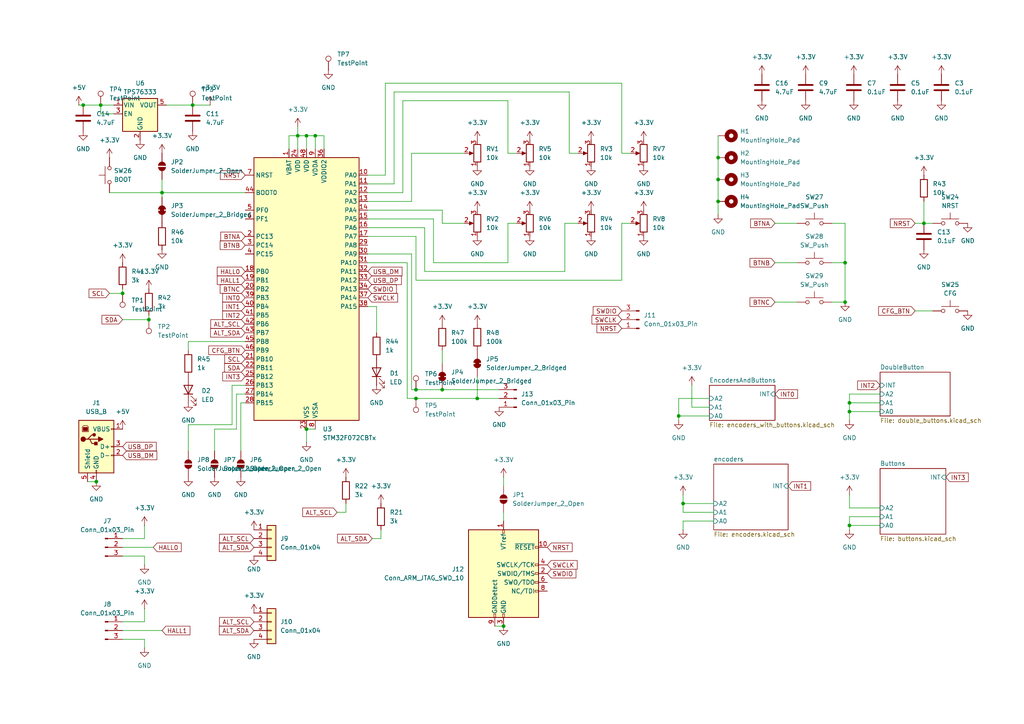
<source format=kicad_sch>
(kicad_sch (version 20250114) (generator "eeschema") (generator_version "9.0")
  (paper "A4")
  (junction (at 246.38 119.38))
  (junction (at 27.94 139.7))
  (junction (at 46.99 55.88))
  (junction (at 120.65 113.03))
  (junction (at 245.11 76.2))
  (junction (at 208.28 52.07))
  (junction (at 246.38 116.84))
  (junction (at 88.9 124.46))
  (junction (at 120.65 115.57))
  (junction (at 91.44 39.37))
  (junction (at 267.97 64.77))
  (junction (at 208.28 58.42))
  (junction (at 146.05 181.61))
  (junction (at 35.56 85.09))
  (junction (at 55.88 30.48))
  (junction (at 24.13 30.48))
  (junction (at 43.18 92.71))
  (junction (at 196.85 120.65))
  (junction (at 138.43 115.57))
  (junction (at 245.11 87.63))
  (junction (at 128.27 113.03))
  (junction (at 208.28 45.72))
  (junction (at 88.9 39.37))
  (junction (at 29.21 30.48))
  (junction (at 86.36 39.37))
  (junction (at 198.12 146.05))
  (junction (at 246.38 152.4))
  (wire (pts (xy 123.19 66.04) (xy 123.19 78.74)))
  (wire (pts (xy 88.9 124.46) (xy 88.9 128.27)))
  (wire (pts (xy 246.38 147.32) (xy 246.38 143.51)))
  (wire (pts (xy 208.28 58.42) (xy 208.28 62.23)))
  (wire (pts (xy 267.97 58.42) (xy 267.97 64.77)))
  (wire (pts (xy 116.84 55.88) (xy 116.84 29.21)))
  (wire (pts (xy 106.68 58.42) (xy 119.38 58.42)))
  (wire (pts (xy 116.84 29.21) (xy 147.32 29.21)))
  (wire (pts (xy 106.68 76.2) (xy 118.11 76.2)))
  (wire (pts (xy 163.83 64.77) (xy 167.64 64.77)))
  (wire (pts (xy 224.79 64.77) (xy 231.14 64.77)))
  (wire (pts (xy 245.11 64.77) (xy 245.11 76.2)))
  (wire (pts (xy 165.1 26.67) (xy 165.1 44.45)))
  (wire (pts (xy 246.38 149.86) (xy 246.38 152.4)))
  (wire (pts (xy 118.11 115.57) (xy 120.65 115.57)))
  (wire (pts (xy 208.28 52.07) (xy 208.28 58.42)))
  (wire (pts (xy 205.74 115.57) (xy 196.85 115.57)))
  (wire (pts (xy 86.36 39.37) (xy 83.82 39.37)))
  (wire (pts (xy 146.05 138.43) (xy 146.05 140.97)))
  (wire (pts (xy 106.68 50.8) (xy 111.76 50.8)))
  (wire (pts (xy 147.32 44.45) (xy 149.86 44.45)))
  (wire (pts (xy 207.01 146.05) (xy 198.12 146.05)))
  (wire (pts (xy 208.28 45.72) (xy 208.28 52.07)))
  (wire (pts (xy 128.27 101.6) (xy 128.27 105.41)))
  (wire (pts (xy 106.68 55.88) (xy 116.84 55.88)))
  (wire (pts (xy 48.26 30.48) (xy 55.88 30.48)))
  (wire (pts (xy 93.98 39.37) (xy 91.44 39.37)))
  (wire (pts (xy 114.3 26.67) (xy 165.1 26.67)))
  (wire (pts (xy 146.05 148.59) (xy 146.05 151.13)))
  (wire (pts (xy 165.1 44.45) (xy 167.64 44.45)))
  (wire (pts (xy 119.38 44.45) (xy 134.62 44.45)))
  (wire (pts (xy 120.65 113.03) (xy 119.38 113.03)))
  (wire (pts (xy 35.56 158.75) (xy 44.45 158.75)))
  (wire (pts (xy 255.27 147.32) (xy 246.38 147.32)))
  (wire (pts (xy 265.43 64.77) (xy 267.97 64.77)))
  (wire (pts (xy 88.9 39.37) (xy 91.44 39.37)))
  (wire (pts (xy 86.36 36.83) (xy 86.36 39.37)))
  (wire (pts (xy 111.76 24.13) (xy 180.34 24.13)))
  (wire (pts (xy 106.68 63.5) (xy 125.73 63.5)))
  (wire (pts (xy 138.43 109.22) (xy 138.43 115.57)))
  (wire (pts (xy 91.44 39.37) (xy 91.44 43.18)))
  (wire (pts (xy 54.61 123.19) (xy 54.61 130.81)))
  (wire (pts (xy 196.85 120.65) (xy 196.85 121.92)))
  (wire (pts (xy 88.9 39.37) (xy 86.36 39.37)))
  (wire (pts (xy 111.76 50.8) (xy 111.76 24.13)))
  (wire (pts (xy 180.34 64.77) (xy 182.88 64.77)))
  (wire (pts (xy 138.43 115.57) (xy 144.78 115.57)))
  (wire (pts (xy 86.36 39.37) (xy 86.36 43.18)))
  (wire (pts (xy 255.27 152.4) (xy 246.38 152.4)))
  (wire (pts (xy 198.12 146.05) (xy 198.12 143.51)))
  (wire (pts (xy 109.22 88.9) (xy 109.22 96.52)))
  (wire (pts (xy 118.11 76.2) (xy 118.11 115.57)))
  (wire (pts (xy 246.38 116.84) (xy 246.38 119.38)))
  (wire (pts (xy 35.56 85.09) (xy 35.56 83.82)))
  (wire (pts (xy 180.34 81.28) (xy 180.34 64.77)))
  (wire (pts (xy 208.28 39.37) (xy 208.28 45.72)))
  (wire (pts (xy 31.75 55.88) (xy 46.99 55.88)))
  (wire (pts (xy 196.85 115.57) (xy 196.85 120.65)))
  (wire (pts (xy 180.34 44.45) (xy 182.88 44.45)))
  (wire (pts (xy 69.85 116.84) (xy 69.85 130.81)))
  (wire (pts (xy 35.56 185.42) (xy 41.91 185.42)))
  (wire (pts (xy 71.12 111.76) (xy 67.31 111.76)))
  (wire (pts (xy 198.12 148.59) (xy 198.12 146.05)))
  (wire (pts (xy 107.95 156.21) (xy 110.49 156.21)))
  (wire (pts (xy 267.97 64.77) (xy 270.51 64.77)))
  (wire (pts (xy 71.12 116.84) (xy 69.85 116.84)))
  (wire (pts (xy 31.75 85.09) (xy 35.56 85.09)))
  (wire (pts (xy 119.38 73.66) (xy 106.68 73.66)))
  (wire (pts (xy 128.27 113.03) (xy 120.65 113.03)))
  (wire (pts (xy 83.82 39.37) (xy 83.82 43.18)))
  (wire (pts (xy 106.68 68.58) (xy 120.65 68.58)))
  (wire (pts (xy 255.27 114.3) (xy 246.38 114.3)))
  (wire (pts (xy 41.91 161.29) (xy 41.91 163.83)))
  (wire (pts (xy 29.21 33.02) (xy 29.21 30.48)))
  (wire (pts (xy 41.91 180.34) (xy 41.91 176.53)))
  (wire (pts (xy 62.23 130.81) (xy 62.23 124.46)))
  (wire (pts (xy 265.43 90.17) (xy 270.51 90.17)))
  (wire (pts (xy 25.4 139.7) (xy 27.94 139.7)))
  (wire (pts (xy 54.61 99.06) (xy 71.12 99.06)))
  (wire (pts (xy 43.18 92.71) (xy 43.18 91.44)))
  (wire (pts (xy 110.49 156.21) (xy 110.49 153.67)))
  (wire (pts (xy 119.38 58.42) (xy 119.38 44.45)))
  (wire (pts (xy 46.99 55.88) (xy 46.99 52.07)))
  (wire (pts (xy 163.83 78.74) (xy 163.83 64.77)))
  (wire (pts (xy 143.51 181.61) (xy 146.05 181.61)))
  (wire (pts (xy 224.79 87.63) (xy 231.14 87.63)))
  (wire (pts (xy 68.58 114.3) (xy 71.12 114.3)))
  (wire (pts (xy 35.56 182.88) (xy 46.99 182.88)))
  (wire (pts (xy 147.32 64.77) (xy 149.86 64.77)))
  (wire (pts (xy 198.12 151.13) (xy 198.12 153.67)))
  (wire (pts (xy 35.56 92.71) (xy 43.18 92.71)))
  (wire (pts (xy 41.91 185.42) (xy 41.91 187.96)))
  (wire (pts (xy 67.31 123.19) (xy 54.61 123.19)))
  (wire (pts (xy 88.9 43.18) (xy 88.9 39.37)))
  (wire (pts (xy 125.73 76.2) (xy 147.32 76.2)))
  (wire (pts (xy 114.3 53.34) (xy 114.3 26.67)))
  (wire (pts (xy 120.65 68.58) (xy 120.65 81.28)))
  (wire (pts (xy 33.02 33.02) (xy 29.21 33.02)))
  (wire (pts (xy 106.68 66.04) (xy 123.19 66.04)))
  (wire (pts (xy 120.65 115.57) (xy 138.43 115.57)))
  (wire (pts (xy 120.65 81.28) (xy 180.34 81.28)))
  (wire (pts (xy 68.58 124.46) (xy 68.58 114.3)))
  (wire (pts (xy 246.38 114.3) (xy 246.38 116.84)))
  (wire (pts (xy 255.27 149.86) (xy 246.38 149.86)))
  (wire (pts (xy 245.11 76.2) (xy 245.11 87.63)))
  (wire (pts (xy 241.3 64.77) (xy 245.11 64.77)))
  (wire (pts (xy 24.13 30.48) (xy 29.21 30.48)))
  (wire (pts (xy 91.44 124.46) (xy 88.9 124.46)))
  (wire (pts (xy 119.38 113.03) (xy 119.38 73.66)))
  (wire (pts (xy 196.85 120.65) (xy 205.74 120.65)))
  (wire (pts (xy 241.3 87.63) (xy 245.11 87.63)))
  (wire (pts (xy 255.27 116.84) (xy 246.38 116.84)))
  (wire (pts (xy 54.61 101.6) (xy 54.61 99.06)))
  (wire (pts (xy 128.27 64.77) (xy 134.62 64.77)))
  (wire (pts (xy 147.32 76.2) (xy 147.32 64.77)))
  (wire (pts (xy 67.31 111.76) (xy 67.31 123.19)))
  (wire (pts (xy 97.79 148.59) (xy 100.33 148.59)))
  (wire (pts (xy 128.27 60.96) (xy 128.27 64.77)))
  (wire (pts (xy 106.68 53.34) (xy 114.3 53.34)))
  (wire (pts (xy 207.01 151.13) (xy 198.12 151.13)))
  (wire (pts (xy 180.34 24.13) (xy 180.34 44.45)))
  (wire (pts (xy 29.21 30.48) (xy 33.02 30.48)))
  (wire (pts (xy 246.38 152.4) (xy 246.38 153.67)))
  (wire (pts (xy 144.78 113.03) (xy 128.27 113.03)))
  (wire (pts (xy 255.27 119.38) (xy 246.38 119.38)))
  (wire (pts (xy 71.12 55.88) (xy 46.99 55.88)))
  (wire (pts (xy 224.79 76.2) (xy 231.14 76.2)))
  (wire (pts (xy 46.99 55.88) (xy 46.99 57.15)))
  (wire (pts (xy 125.73 63.5) (xy 125.73 76.2)))
  (wire (pts (xy 35.56 161.29) (xy 41.91 161.29)))
  (wire (pts (xy 241.3 76.2) (xy 245.11 76.2)))
  (wire (pts (xy 200.66 118.11) (xy 205.74 118.11)))
  (wire (pts (xy 207.01 148.59) (xy 198.12 148.59)))
  (wire (pts (xy 106.68 88.9) (xy 109.22 88.9)))
  (wire (pts (xy 62.23 124.46) (xy 68.58 124.46)))
  (wire (pts (xy 200.66 111.76) (xy 200.66 118.11)))
  (wire (pts (xy 35.56 180.34) (xy 41.91 180.34)))
  (wire (pts (xy 246.38 119.38) (xy 246.38 121.92)))
  (wire (pts (xy 147.32 29.21) (xy 147.32 44.45)))
  (wire (pts (xy 106.68 60.96) (xy 128.27 60.96)))
  (wire (pts (xy 35.56 156.21) (xy 41.91 156.21)))
  (wire (pts (xy 55.88 30.48) (xy 60.96 30.48)))
  (wire (pts (xy 93.98 43.18) (xy 93.98 39.37)))
  (wire (pts (xy 123.19 78.74) (xy 163.83 78.74)))
  (wire (pts (xy 22.86 30.48) (xy 24.13 30.48)))
  (wire (pts (xy 100.33 148.59) (xy 100.33 146.05)))
  (wire (pts (xy 41.91 156.21) (xy 41.91 152.4)))
  (global_label "SWCLK" (shape input) (at 158.75 163.83 0) (property "Intersheetrefs" "${INTERSHEET_REFS}" (effects (hide yes))))
  (global_label "BTNA" (shape input) (at 71.12 68.58 180) (property "Intersheetrefs" "${INTERSHEET_REFS}" (effects (hide yes))))
  (global_label "BTNA" (shape input) (at 224.79 64.77 180) (property "Intersheetrefs" "${INTERSHEET_REFS}" (effects (hide yes))))
  (global_label "USB_DM" (shape input) (at 106.68 78.74 0) (property "Intersheetrefs" "${INTERSHEET_REFS}" (effects (hide yes))))
  (global_label "ALT_SCL" (shape input) (at 97.79 148.59 180) (property "Intersheetrefs" "${INTERSHEET_REFS}" (effects (hide yes))))
  (global_label "HALL0" (shape input) (at 71.12 78.74 180) (property "Intersheetrefs" "${INTERSHEET_REFS}" (effects (hide yes))))
  (global_label "USB_DP" (shape input) (at 35.56 129.54 0) (property "Intersheetrefs" "${INTERSHEET_REFS}" (effects (hide yes))))
  (global_label "HALL0" (shape input) (at 44.45 158.75 0) (property "Intersheetrefs" "${INTERSHEET_REFS}" (effects (hide yes))))
  (global_label "CFG_BTN" (shape input) (at 265.43 90.17 180) (property "Intersheetrefs" "${INTERSHEET_REFS}" (effects (hide yes))))
  (global_label "SDA" (shape input) (at 71.12 106.68 180) (property "Intersheetrefs" "${INTERSHEET_REFS}" (effects (hide yes))))
  (global_label "SWCLK" (shape input) (at 106.68 86.36 0) (property "Intersheetrefs" "${INTERSHEET_REFS}" (effects (hide yes))))
  (global_label "NRST" (shape input) (at 158.75 158.75 0) (property "Intersheetrefs" "${INTERSHEET_REFS}" (effects (hide yes))))
  (global_label "SWDIO" (shape input) (at 158.75 166.37 0) (property "Intersheetrefs" "${INTERSHEET_REFS}" (effects (hide yes))))
  (global_label "BTNC" (shape input) (at 224.79 87.63 180) (property "Intersheetrefs" "${INTERSHEET_REFS}" (effects (hide yes))))
  (global_label "USB_DP" (shape input) (at 106.68 81.28 0) (property "Intersheetrefs" "${INTERSHEET_REFS}" (effects (hide yes))))
  (global_label "INT2" (shape input) (at 255.27 111.76 180) (property "Intersheetrefs" "${INTERSHEET_REFS}" (effects (hide yes))))
  (global_label "ALT_SCL" (shape input) (at 73.66 180.34 180) (property "Intersheetrefs" "${INTERSHEET_REFS}" (effects (hide yes))))
  (global_label "ALT_SCL" (shape input) (at 73.66 156.21 180) (property "Intersheetrefs" "${INTERSHEET_REFS}" (effects (hide yes))))
  (global_label "INT2" (shape input) (at 71.12 91.44 180) (property "Intersheetrefs" "${INTERSHEET_REFS}" (effects (hide yes))))
  (global_label "ALT_SDA" (shape input) (at 71.12 96.52 180) (property "Intersheetrefs" "${INTERSHEET_REFS}" (effects (hide yes))))
  (global_label "ALT_SCL" (shape input) (at 71.12 93.98 180) (property "Intersheetrefs" "${INTERSHEET_REFS}" (effects (hide yes))))
  (global_label "ALT_SDA" (shape input) (at 73.66 158.75 180) (property "Intersheetrefs" "${INTERSHEET_REFS}" (effects (hide yes))))
  (global_label "SCL" (shape input) (at 31.75 85.09 180) (property "Intersheetrefs" "${INTERSHEET_REFS}" (effects (hide yes))))
  (global_label "INT3" (shape input) (at 274.32 138.43 0) (property "Intersheetrefs" "${INTERSHEET_REFS}" (effects (hide yes))))
  (global_label "NRST" (shape input) (at 180.34 95.25 180) (property "Intersheetrefs" "${INTERSHEET_REFS}" (effects (hide yes))))
  (global_label "HALL1" (shape input) (at 46.99 182.88 0) (property "Intersheetrefs" "${INTERSHEET_REFS}" (effects (hide yes))))
  (global_label "INT1" (shape input) (at 71.12 88.9 180) (property "Intersheetrefs" "${INTERSHEET_REFS}" (effects (hide yes))))
  (global_label "BTNB" (shape input) (at 224.79 76.2 180) (property "Intersheetrefs" "${INTERSHEET_REFS}" (effects (hide yes))))
  (global_label "SWDIO" (shape input) (at 180.34 90.17 180) (property "Intersheetrefs" "${INTERSHEET_REFS}" (effects (hide yes))))
  (global_label "NRST" (shape input) (at 71.12 50.8 180) (property "Intersheetrefs" "${INTERSHEET_REFS}" (effects (hide yes))))
  (global_label "BTNB" (shape input) (at 71.12 71.12 180) (property "Intersheetrefs" "${INTERSHEET_REFS}" (effects (hide yes))))
  (global_label "BTNC" (shape input) (at 71.12 83.82 180) (property "Intersheetrefs" "${INTERSHEET_REFS}" (effects (hide yes))))
  (global_label "SWDIO" (shape input) (at 106.68 83.82 0) (property "Intersheetrefs" "${INTERSHEET_REFS}" (effects (hide yes))))
  (global_label "HALL1" (shape input) (at 71.12 81.28 180) (property "Intersheetrefs" "${INTERSHEET_REFS}" (effects (hide yes))))
  (global_label "CFG_BTN" (shape input) (at 71.12 101.6 180) (property "Intersheetrefs" "${INTERSHEET_REFS}" (effects (hide yes))))
  (global_label "INT0" (shape input) (at 224.79 114.3 0) (property "Intersheetrefs" "${INTERSHEET_REFS}" (effects (hide yes))))
  (global_label "USB_DM" (shape input) (at 35.56 132.08 0) (property "Intersheetrefs" "${INTERSHEET_REFS}" (effects (hide yes))))
  (global_label "INT0" (shape input) (at 71.12 86.36 180) (property "Intersheetrefs" "${INTERSHEET_REFS}" (effects (hide yes))))
  (global_label "ALT_SDA" (shape input) (at 107.95 156.21 180) (property "Intersheetrefs" "${INTERSHEET_REFS}" (effects (hide yes))))
  (global_label "NRST" (shape input) (at 265.43 64.77 180) (property "Intersheetrefs" "${INTERSHEET_REFS}" (effects (hide yes))))
  (global_label "SDA" (shape input) (at 35.56 92.71 180) (property "Intersheetrefs" "${INTERSHEET_REFS}" (effects (hide yes))))
  (global_label "SCL" (shape input) (at 71.12 104.14 180) (property "Intersheetrefs" "${INTERSHEET_REFS}" (effects (hide yes))))
  (global_label "INT1" (shape input) (at 228.6 140.97 0) (property "Intersheetrefs" "${INTERSHEET_REFS}" (effects (hide yes))))
  (global_label "INT3" (shape input) (at 71.12 109.22 180) (property "Intersheetrefs" "${INTERSHEET_REFS}" (effects (hide yes))))
  (global_label "ALT_SDA" (shape input) (at 73.66 182.88 180) (property "Intersheetrefs" "${INTERSHEET_REFS}" (effects (hide yes))))
  (global_label "SWCLK" (shape input) (at 180.34 92.71 180) (property "Intersheetrefs" "${INTERSHEET_REFS}" (effects (hide yes))))
  (symbol (lib_id "power:+3.3V") (at 138.43 60.96 0) (unit 1)
    (property "Reference" "#PWR0107" (effects (hide yes)))
    (property "Value" "+3.3V" (at 138.43 55.88 0))
    (property "Description" "Power symbol creates a global label with name \"+3.3V\"" (effects (hide yes)))
  )
  (symbol (lib_id "power:GND") (at 260.35 29.21 0) (unit 1)
    (property "Reference" "#PWR074" (effects (hide yes)))
    (property "Value" "GND" (at 260.35 34.29 0))
    (property "Description" "Power symbol creates a global label with name \"GND\" , ground" (effects (hide yes)))
  )
  (symbol (lib_id "Connector:USB_B") (at 27.94 129.54 0) (unit 1)
    (property "Reference" "J1" (at 27.94 116.84 0))
    (property "Value" "USB_B" (at 27.94 119.38 0))
    (property "Footprint" "EasyEDA:USB-B-TH_USB-B10-BRW" (effects (hide yes)))
    (property "Description" "USB Type B connector" (effects (hide yes)))
    (property "LCSC Part Number" "C720549" (effects (hide yes)))
  )
  (symbol (lib_id "Switch:SW_Push") (at 236.22 76.2 0) (unit 1)
    (property "Reference" "SW28" (at 236.22 68.58 0))
    (property "Value" "SW_Push" (at 236.22 71.12 0))
    (property "Footprint" "Connector_PinSocket_2.54mm:PinSocket_1x02_P2.54mm_Vertical" (effects (hide yes)))
    (property "Description" "Push button switch, generic, two pins" (effects (hide yes)))
    (property "LCSC Part Number" "C49661" (effects (hide yes)))
  )
  (symbol (lib_id "power:+3.3V") (at 73.66 177.8 0) (unit 1)
    (property "Reference" "#PWR043" (effects (hide yes)))
    (property "Value" "+3.3V" (at 73.66 172.72 0))
    (property "Description" "Power symbol creates a global label with name \"+3.3V\"" (effects (hide yes)))
  )
  (symbol (lib_id "power:+3.3V") (at 171.45 40.64 0) (unit 1)
    (property "Reference" "#PWR0111" (effects (hide yes)))
    (property "Value" "+3.3V" (at 171.45 35.56 0))
    (property "Description" "Power symbol creates a global label with name \"+3.3V\"" (effects (hide yes)))
  )
  (symbol (lib_id "Device:R") (at 128.27 97.79 0) (unit 1)
    (property "Reference" "R47" (at 130.81 96.5199 0) (effects (justify left)))
    (property "Value" "100k" (at 130.81 99.0599 0) (effects (justify left)))
    (property "Footprint" "Resistor_SMD:R_0603_1608Metric" (effects (hide yes)))
    (property "Description" "Resistor" (effects (hide yes)))
    (property "LCSC Part Number" "C25803" (effects (hide yes)))
  )
  (symbol (lib_id "Connector:Conn_ARM_JTAG_SWD_10") (at 146.05 166.37 0) (unit 1)
    (property "Reference" "J12" (at 134.62 165.0999 0) (effects (justify right)))
    (property "Value" "Conn_ARM_JTAG_SWD_10" (at 134.62 167.6399 0) (effects (justify right)))
    (property "Footprint" "Connector_PinHeader_1.27mm:PinHeader_2x05_P1.27mm_Vertical" (effects (hide yes)))
    (property "Datasheet" "http://infocenter.arm.com/help/topic/com.arm.doc.ddi0314h/DDI0314H_coresight_components_trm.pdf" (effects (hide yes)))
    (property "Description" "Cortex Debug Connector, standard ARM Cortex-M SWD and JTAG interface" (effects (hide yes)))
    (property "LCSC Part Number" "C239059" (effects (hide yes)))
  )
  (symbol (lib_id "Device:LED") (at 54.61 113.03 90) (unit 1)
    (property "Reference" "D2" (at 58.42 113.3474 90) (effects (justify right)))
    (property "Value" "LED" (at 58.42 115.8874 90) (effects (justify right)))
    (property "Footprint" "LED_SMD:LED_0603_1608Metric" (effects (hide yes)))
    (property "Description" "Light emitting diode" (effects (hide yes)))
    (property "Sim.Pins" "1=K 2=A" (effects (hide yes)))
    (property "LCSC Part Number" "C2286" (effects (hide yes)))
  )
  (symbol (lib_id "Mechanical:MountingHole_Pad") (at 210.82 52.07 270) (unit 1) (in_bom no)
    (property "Reference" "H3" (at 214.63 50.7999 90) (effects (justify left)))
    (property "Value" "MountingHole_Pad" (at 214.63 53.3399 90) (effects (justify left)))
    (property "Footprint" "MountingHole:MountingHole_3.2mm_M3_Pad" (effects (hide yes)))
    (property "Description" "Mounting Hole with connection" (effects (hide yes)))
  )
  (symbol (lib_id "Switch:SW_Push") (at 275.59 90.17 0) (unit 1)
    (property "Reference" "SW25" (at 275.59 82.55 0))
    (property "Value" "CFG" (at 275.59 85.09 0))
    (property "Footprint" "EasyEDA:SW-SMD_L3.9-W3.0-P4.45" (effects (hide yes)))
    (property "Description" "Push button switch, generic, two pins" (effects (hide yes)))
    (property "LCSC Part Number" "C720477" (effects (hide yes)))
  )
  (symbol (lib_id "power:GND") (at 267.97 72.39 0) (unit 1)
    (property "Reference" "#PWR046" (effects (hide yes)))
    (property "Value" "GND" (at 267.97 77.47 0))
    (property "Description" "Power symbol creates a global label with name \"GND\" , ground" (effects (hide yes)))
  )
  (symbol (lib_id "Jumper:SolderJumper_2_Bridged") (at 128.27 109.22 90) (unit 1) (in_bom no)
    (property "Reference" "JP4" (at 130.81 107.9499 90) (effects (justify right)))
    (property "Value" "SolderJumper_2_Bridged" (at 130.81 110.4899 90) (effects (justify right)))
    (property "Footprint" "Jumper:SolderJumper-2_P1.3mm_Bridged_RoundedPad1.0x1.5mm" (effects (hide yes)))
    (property "Description" "Solder Jumper, 2-pole, closed/bridged" (effects (hide yes)))
  )
  (symbol (lib_id "Device:R_Potentiometer") (at 138.43 64.77 180) (unit 1)
    (property "Reference" "RV2" (at 140.97 63.4999 0) (effects (justify right)))
    (property "Value" "10k" (at 140.97 66.0399 0) (effects (justify right)))
    (property "Footprint" "Connector_PinSocket_2.54mm:PinSocket_1x03_P2.54mm_Vertical" (effects (hide yes)))
    (property "Description" "Potentiometer" (effects (hide yes)))
    (property "LCSC Part Number" "C146690" (effects (hide yes)))
  )
  (symbol (lib_id "power:GND") (at 280.67 90.17 0) (unit 1)
    (property "Reference" "#PWR0122" (effects (hide yes)))
    (property "Value" "GND" (at 280.67 95.25 0))
    (property "Description" "Power symbol creates a global label with name \"GND\" , ground" (effects (hide yes)))
  )
  (symbol (lib_id "Device:R_Potentiometer") (at 186.69 64.77 180) (unit 1)
    (property "Reference" "RV8" (at 189.23 63.4999 0) (effects (justify right)))
    (property "Value" "10k" (at 189.23 66.0399 0) (effects (justify right)))
    (property "Footprint" "Connector_PinSocket_2.54mm:PinSocket_1x03_P2.54mm_Vertical" (effects (hide yes)))
    (property "Description" "Potentiometer" (effects (hide yes)))
    (property "LCSC Part Number" "C146690" (effects (hide yes)))
  )
  (symbol (lib_id "Mechanical:MountingHole_Pad") (at 210.82 58.42 270) (unit 1) (in_bom no)
    (property "Reference" "H4" (at 214.63 57.1499 90) (effects (justify left)))
    (property "Value" "MountingHole_Pad" (at 214.63 59.6899 90) (effects (justify left)))
    (property "Footprint" "MountingHole:MountingHole_3.2mm_M3_Pad" (effects (hide yes)))
    (property "Description" "Mounting Hole with connection" (effects (hide yes)))
  )
  (symbol (lib_id "power:GND") (at 196.85 121.92 0) (unit 1)
    (property "Reference" "#PWR0142" (effects (hide yes)))
    (property "Value" "GND" (at 196.85 127 0))
    (property "Description" "Power symbol creates a global label with name \"GND\" , ground" (effects (hide yes)))
  )
  (symbol (lib_id "power:GND") (at 246.38 153.67 0) (unit 1)
    (property "Reference" "#PWR091" (effects (hide yes)))
    (property "Value" "GND" (at 246.38 158.75 0))
    (property "Description" "Power symbol creates a global label with name \"GND\" , ground" (effects (hide yes)))
  )
  (symbol (lib_id "Connector:Conn_01x03_Pin") (at 185.42 92.71 180) (unit 1)
    (property "Reference" "J11" (at 186.69 91.4399 0) (effects (justify right)))
    (property "Value" "Conn_01x03_Pin" (at 186.69 93.9799 0) (effects (justify right)))
    (property "Footprint" "Connector_PinHeader_2.54mm:PinHeader_1x03_P2.54mm_Vertical" (effects (hide yes)))
    (property "Description" "Generic connector, single row, 01x03, script generated" (effects (hide yes)))
  )
  (symbol (lib_id "power:+3.3V") (at 146.05 138.43 0) (unit 1)
    (property "Reference" "#PWR0118" (effects (hide yes)))
    (property "Value" "+3.3V" (at 146.05 133.35 0))
    (property "Description" "Power symbol creates a global label with name \"+3.3V\"" (effects (hide yes)))
  )
  (symbol (lib_id "Connector:TestPoint") (at 55.88 30.48 0) (unit 1)
    (property "Reference" "TP3" (at 58.42 25.9079 0) (effects (justify left)))
    (property "Value" "TestPoint" (at 58.42 28.4479 0) (effects (justify left)))
    (property "Footprint" "TestPoint:TestPoint_Pad_D2.0mm" (effects (hide yes)))
    (property "Description" "test point" (effects (hide yes)))
  )
  (symbol (lib_id "Device:R") (at 54.61 105.41 0) (unit 1)
    (property "Reference" "R45" (at 57.15 104.1399 0) (effects (justify left)))
    (property "Value" "1k" (at 57.15 106.6799 0) (effects (justify left)))
    (property "Footprint" "Resistor_SMD:R_0603_1608Metric" (effects (hide yes)))
    (property "Description" "Resistor" (effects (hide yes)))
    (property "LCSC Part Number" "C21190" (effects (hide yes)))
  )
  (symbol (lib_id "power:GND") (at 280.67 64.77 0) (unit 1)
    (property "Reference" "#PWR0115" (effects (hide yes)))
    (property "Value" "GND" (at 280.67 69.85 0))
    (property "Description" "Power symbol creates a global label with name \"GND\" , ground" (effects (hide yes)))
  )
  (symbol (lib_id "power:GND") (at 208.28 62.23 0) (unit 1)
    (property "Reference" "#PWR0129" (effects (hide yes)))
    (property "Value" "GND" (at 208.28 67.31 0))
    (property "Description" "Power symbol creates a global label with name \"GND\" , ground" (effects (hide yes)))
  )
  (symbol (lib_id "power:+3.3V") (at 41.91 152.4 0) (unit 1)
    (property "Reference" "#PWR036" (effects (hide yes)))
    (property "Value" "+3.3V" (at 41.91 147.32 0))
    (property "Description" "Power symbol creates a global label with name \"+3.3V\"" (effects (hide yes)))
  )
  (symbol (lib_id "Device:C") (at 24.13 34.29 0) (unit 1)
    (property "Reference" "C14" (at 27.94 33.0199 0) (effects (justify left)))
    (property "Value" "4.7uF" (at 27.94 35.5599 0) (effects (justify left)))
    (property "Footprint" "Capacitor_SMD:C_0603_1608Metric" (effects (hide yes)))
    (property "Description" "Unpolarized capacitor" (effects (hide yes)))
    (property "LCSC Part Number" "C19666" (effects (hide yes)))
  )
  (symbol (lib_id "power:+3.3V") (at 246.38 143.51 0) (unit 1)
    (property "Reference" "#PWR090" (effects (hide yes)))
    (property "Value" "+3.3V" (at 246.38 138.43 0))
    (property "Description" "Power symbol creates a global label with name \"+3.3V\"" (effects (hide yes)))
  )
  (symbol (lib_id "Device:C") (at 273.05 25.4 0) (unit 1)
    (property "Reference" "C3" (at 276.86 24.1299 0) (effects (justify left)))
    (property "Value" "0.1uF" (at 276.86 26.6699 0) (effects (justify left)))
    (property "Footprint" "Capacitor_SMD:C_0603_1608Metric" (effects (hide yes)))
    (property "Description" "Unpolarized capacitor" (effects (hide yes)))
    (property "LCSC Part Number" "C14663" (effects (hide yes)))
  )
  (symbol (lib_id "power:+3.3V") (at 46.99 44.45 0) (unit 1)
    (property "Reference" "#PWR0123" (effects (hide yes)))
    (property "Value" "+3.3V" (at 46.99 39.37 0))
    (property "Description" "Power symbol creates a global label with name \"+3.3V\"" (effects (hide yes)))
  )
  (symbol (lib_id "power:GND") (at 273.05 29.21 0) (unit 1)
    (property "Reference" "#PWR034" (effects (hide yes)))
    (property "Value" "GND" (at 273.05 34.29 0))
    (property "Description" "Power symbol creates a global label with name \"GND\" , ground" (effects (hide yes)))
  )
  (symbol (lib_id "power:+3.3V") (at 273.05 21.59 0) (unit 1)
    (property "Reference" "#PWR08" (effects (hide yes)))
    (property "Value" "+3.3V" (at 273.05 16.51 0))
    (property "Description" "Power symbol creates a global label with name \"+3.3V\"" (effects (hide yes)))
  )
  (symbol (lib_id "Switch:SW_Push") (at 236.22 87.63 0) (unit 1)
    (property "Reference" "SW29" (at 236.22 80.01 0))
    (property "Value" "SW_Push" (at 236.22 82.55 0))
    (property "Footprint" "Connector_PinSocket_2.54mm:PinSocket_1x02_P2.54mm_Vertical" (effects (hide yes)))
    (property "Description" "Push button switch, generic, two pins" (effects (hide yes)))
    (property "LCSC Part Number" "C49661" (effects (hide yes)))
  )
  (symbol (lib_id "power:+3.3V") (at 153.67 40.64 0) (unit 1)
    (property "Reference" "#PWR0104" (effects (hide yes)))
    (property "Value" "+3.3V" (at 153.67 35.56 0))
    (property "Description" "Power symbol creates a global label with name \"+3.3V\"" (effects (hide yes)))
  )
  (symbol (lib_id "power:GND") (at 40.64 40.64 0) (unit 1)
    (property "Reference" "#PWR081" (effects (hide yes)))
    (property "Value" "GND" (at 40.64 45.72 0))
    (property "Description" "Power symbol creates a global label with name \"GND\" , ground" (effects (hide yes)))
  )
  (symbol (lib_id "Connector_Generic:Conn_01x04") (at 78.74 180.34 0) (unit 1)
    (property "Reference" "J10" (at 81.28 180.3399 0) (effects (justify left)))
    (property "Value" "Conn_01x04" (at 81.28 182.8799 0) (effects (justify left)))
    (property "Footprint" "Connector_PinHeader_2.54mm:PinHeader_1x04_P2.54mm_Vertical" (effects (hide yes)))
    (property "Description" "Generic connector, single row, 01x04, script generated (kicad-library-utils/schlib/autogen/connector/)" (effects (hide yes)))
  )
  (symbol (lib_id "Device:R") (at 43.18 87.63 0) (unit 1)
    (property "Reference" "R42" (at 45.72 86.3599 0) (effects (justify left)))
    (property "Value" "3k" (at 45.72 88.8999 0) (effects (justify left)))
    (property "Footprint" "Resistor_SMD:R_0603_1608Metric" (effects (hide yes)))
    (property "Description" "Resistor" (effects (hide yes)))
    (property "LCSC Part Number" "C4211" (effects (hide yes)))
  )
  (symbol (lib_id "Switch:SW_Push") (at 236.22 64.77 0) (unit 1)
    (property "Reference" "SW27" (at 236.22 57.15 0))
    (property "Value" "SW_Push" (at 236.22 59.69 0))
    (property "Footprint" "Connector_PinSocket_2.54mm:PinSocket_1x02_P2.54mm_Vertical" (effects (hide yes)))
    (property "Description" "Push button switch, generic, two pins" (effects (hide yes)))
    (property "LCSC Part Number" "C49661" (effects (hide yes)))
  )
  (symbol (lib_id "Switch:SW_Push") (at 31.75 50.8 90) (unit 1)
    (property "Reference" "SW26" (at 33.02 49.5299 90) (effects (justify right)))
    (property "Value" "BOOT" (at 33.02 52.0699 90) (effects (justify right)))
    (property "Footprint" "EasyEDA:SW-SMD_L3.9-W3.0-P4.45" (effects (hide yes)))
    (property "Description" "Push button switch, generic, two pins" (effects (hide yes)))
    (property "LCSC Part Number" "C720477" (effects (hide yes)))
  )
  (symbol (lib_id "Device:R") (at 138.43 97.79 0) (unit 1)
    (property "Reference" "R48" (at 140.97 96.5199 0) (effects (justify left)))
    (property "Value" "100k" (at 140.97 99.0599 0) (effects (justify left)))
    (property "Footprint" "Resistor_SMD:R_0603_1608Metric" (effects (hide yes)))
    (property "Description" "Resistor" (effects (hide yes)))
    (property "LCSC Part Number" "C25803" (effects (hide yes)))
  )
  (symbol (lib_id "power:GND") (at 95.25 20.32 0) (unit 1)
    (property "Reference" "#PWR089" (effects (hide yes)))
    (property "Value" "GND" (at 95.25 25.4 0))
    (property "Description" "Power symbol creates a global label with name \"GND\" , ground" (effects (hide yes)))
  )
  (symbol (lib_id "power:+3.3V") (at 200.66 111.76 0) (unit 1)
    (property "Reference" "#PWR0143" (effects (hide yes)))
    (property "Value" "+3.3V" (at 200.66 106.68 0))
    (property "Description" "Power symbol creates a global label with name \"+3.3V\"" (effects (hide yes)))
  )
  (symbol (lib_id "Device:C") (at 247.65 25.4 0) (unit 1)
    (property "Reference" "C7" (at 251.46 24.1299 0) (effects (justify left)))
    (property "Value" "0.1uF" (at 251.46 26.6699 0) (effects (justify left)))
    (property "Footprint" "Capacitor_SMD:C_0603_1608Metric" (effects (hide yes)))
    (property "Description" "Unpolarized capacitor" (effects (hide yes)))
    (property "LCSC Part Number" "C14663" (effects (hide yes)))
  )
  (symbol (lib_id "power:+3.3V") (at 60.96 30.48 0) (unit 1)
    (property "Reference" "#PWR06" (effects (hide yes)))
    (property "Value" "+3.3V" (at 60.96 25.4 0))
    (property "Description" "Power symbol creates a global label with name \"+3.3V\"" (effects (hide yes)))
  )
  (symbol (lib_id "Connector:Conn_01x03_Pin") (at 149.86 115.57 180) (unit 1)
    (property "Reference" "J13" (at 151.13 114.2999 0) (effects (justify right)))
    (property "Value" "Conn_01x03_Pin" (at 151.13 116.8399 0) (effects (justify right)))
    (property "Footprint" "Connector_PinHeader_2.54mm:PinHeader_1x03_P2.54mm_Vertical" (effects (hide yes)))
    (property "Description" "Generic connector, single row, 01x03, script generated" (effects (hide yes)))
    (property "LCSC Part Number" "C146690" (effects (hide yes)))
  )
  (symbol (lib_id "power:GND") (at 41.91 163.83 0) (unit 1)
    (property "Reference" "#PWR037" (effects (hide yes)))
    (property "Value" "GND" (at 41.91 168.91 0))
    (property "Description" "Power symbol creates a global label with name \"GND\" , ground" (effects (hide yes)))
  )
  (symbol (lib_id "Device:R") (at 100.33 142.24 0) (unit 1)
    (property "Reference" "R22" (at 102.87 140.9699 0) (effects (justify left)))
    (property "Value" "3k" (at 102.87 143.5099 0) (effects (justify left)))
    (property "Footprint" "Resistor_SMD:R_0603_1608Metric" (effects (hide yes)))
    (property "Description" "Resistor" (effects (hide yes)))
    (property "LCSC Part Number" "C4211" (effects (hide yes)))
  )
  (symbol (lib_id "power:+3.3V") (at 267.97 50.8 0) (unit 1)
    (property "Reference" "#PWR0116" (effects (hide yes)))
    (property "Value" "+3.3V" (at 267.97 45.72 0))
    (property "Description" "Power symbol creates a global label with name \"+3.3V\"" (effects (hide yes)))
  )
  (symbol (lib_id "power:+3.3V") (at 31.75 45.72 0) (unit 1)
    (property "Reference" "#PWR0124" (effects (hide yes)))
    (property "Value" "+3.3V" (at 31.75 40.64 0))
    (property "Description" "Power symbol creates a global label with name \"+3.3V\"" (effects (hide yes)))
  )
  (symbol (lib_id "power:GND") (at 144.78 118.11 0) (unit 1)
    (property "Reference" "#PWR0125" (effects (hide yes)))
    (property "Value" "GND" (at 144.78 123.19 0))
    (property "Description" "Power symbol creates a global label with name \"GND\" , ground" (effects (hide yes)))
  )
  (symbol (lib_id "Device:LED") (at 109.22 107.95 90) (unit 1)
    (property "Reference" "D1" (at 113.03 108.2674 90) (effects (justify right)))
    (property "Value" "LED" (at 113.03 110.8074 90) (effects (justify right)))
    (property "Footprint" "LED_SMD:LED_0603_1608Metric" (effects (hide yes)))
    (property "Description" "Light emitting diode" (effects (hide yes)))
    (property "Sim.Pins" "1=K 2=A" (effects (hide yes)))
    (property "LCSC Part Number" "C2286" (effects (hide yes)))
  )
  (symbol (lib_id "power:GND") (at 220.98 29.21 0) (unit 1)
    (property "Reference" "#PWR086" (effects (hide yes)))
    (property "Value" "GND" (at 220.98 34.29 0))
    (property "Description" "Power symbol creates a global label with name \"GND\" , ground" (effects (hide yes)))
  )
  (symbol (lib_id "power:+3.3V") (at 171.45 60.96 0) (unit 1)
    (property "Reference" "#PWR0108" (effects (hide yes)))
    (property "Value" "+3.3V" (at 171.45 55.88 0))
    (property "Description" "Power symbol creates a global label with name \"+3.3V\"" (effects (hide yes)))
  )
  (symbol (lib_id "power:+3.3V") (at 73.66 153.67 0) (unit 1)
    (property "Reference" "#PWR042" (effects (hide yes)))
    (property "Value" "+3.3V" (at 73.66 148.59 0))
    (property "Description" "Power symbol creates a global label with name \"+3.3V\"" (effects (hide yes)))
  )
  (symbol (lib_id "Device:R") (at 109.22 100.33 0) (unit 1)
    (property "Reference" "R44" (at 111.76 99.0599 0) (effects (justify left)))
    (property "Value" "1k" (at 111.76 101.5999 0) (effects (justify left)))
    (property "Footprint" "Resistor_SMD:R_0603_1608Metric" (effects (hide yes)))
    (property "Description" "Resistor" (effects (hide yes)))
    (property "LCSC Part Number" "C21190" (effects (hide yes)))
  )
  (symbol (lib_id "power:+3.3V") (at 247.65 21.59 0) (unit 1)
    (property "Reference" "#PWR075" (effects (hide yes)))
    (property "Value" "+3.3V" (at 247.65 16.51 0))
    (property "Description" "Power symbol creates a global label with name \"+3.3V\"" (effects (hide yes)))
  )
  (symbol (lib_id "power:+3.3V") (at 128.27 93.98 0) (unit 1)
    (property "Reference" "#PWR0127" (effects (hide yes)))
    (property "Value" "+3.3V" (at 128.27 88.9 0))
    (property "Description" "Power symbol creates a global label with name \"+3.3V\"" (effects (hide yes)))
  )
  (symbol (lib_id "Device:R_Potentiometer") (at 186.69 44.45 180) (unit 1)
    (property "Reference" "RV7" (at 189.23 43.1799 0) (effects (justify right)))
    (property "Value" "10k" (at 189.23 45.7199 0) (effects (justify right)))
    (property "Footprint" "Connector_PinSocket_2.54mm:PinSocket_1x03_P2.54mm_Vertical" (effects (hide yes)))
    (property "Description" "Potentiometer" (effects (hide yes)))
    (property "LCSC Part Number" "C146690" (effects (hide yes)))
  )
  (symbol (lib_id "power:GND") (at 55.88 38.1 0) (unit 1)
    (property "Reference" "#PWR082" (effects (hide yes)))
    (property "Value" "GND" (at 55.88 43.18 0))
    (property "Description" "Power symbol creates a global label with name \"GND\" , ground" (effects (hide yes)))
  )
  (symbol (lib_id "power:+3.3V") (at 233.68 21.59 0) (unit 1)
    (property "Reference" "#PWR077" (effects (hide yes)))
    (property "Value" "+3.3V" (at 233.68 16.51 0))
    (property "Description" "Power symbol creates a global label with name \"+3.3V\"" (effects (hide yes)))
  )
  (symbol (lib_id "power:+3.3V") (at 41.91 176.53 0) (unit 1)
    (property "Reference" "#PWR038" (effects (hide yes)))
    (property "Value" "+3.3V" (at 41.91 171.45 0))
    (property "Description" "Power symbol creates a global label with name \"+3.3V\"" (effects (hide yes)))
  )
  (symbol (lib_id "Switch:SW_Push") (at 275.59 64.77 0) (unit 1)
    (property "Reference" "SW24" (at 275.59 57.15 0))
    (property "Value" "NRST" (at 275.59 59.69 0))
    (property "Footprint" "EasyEDA:SW-SMD_L3.9-W3.0-P4.45" (effects (hide yes)))
    (property "Description" "Push button switch, generic, two pins" (effects (hide yes)))
    (property "LCSC Part Number" "C720477" (effects (hide yes)))
  )
  (symbol (lib_id "power:GND") (at 54.61 138.43 0) (unit 1)
    (property "Reference" "#PWR0134" (effects (hide yes)))
    (property "Value" "GND" (at 54.61 143.51 0))
    (property "Description" "Power symbol creates a global label with name \"GND\" , ground" (effects (hide yes)))
  )
  (symbol (lib_id "power:GND") (at 73.66 185.42 0) (unit 1)
    (property "Reference" "#PWR041" (effects (hide yes)))
    (property "Value" "GND" (at 73.66 190.5 0))
    (property "Description" "Power symbol creates a global label with name \"GND\" , ground" (effects (hide yes)))
  )
  (symbol (lib_id "power:+3.3V") (at 110.49 146.05 0) (unit 1)
    (property "Reference" "#PWR045" (effects (hide yes)))
    (property "Value" "+3.3V" (at 110.49 140.97 0))
    (property "Description" "Power symbol creates a global label with name \"+3.3V\"" (effects (hide yes)))
  )
  (symbol (lib_id "power:GND") (at 247.65 29.21 0) (unit 1)
    (property "Reference" "#PWR076" (effects (hide yes)))
    (property "Value" "GND" (at 247.65 34.29 0))
    (property "Description" "Power symbol creates a global label with name \"GND\" , ground" (effects (hide yes)))
  )
  (symbol (lib_id "Device:R_Potentiometer") (at 153.67 64.77 180) (unit 1)
    (property "Reference" "RV6" (at 156.21 63.4999 0) (effects (justify right)))
    (property "Value" "10k" (at 156.21 66.0399 0) (effects (justify right)))
    (property "Footprint" "Connector_PinSocket_2.54mm:PinSocket_1x03_P2.54mm_Vertical" (effects (hide yes)))
    (property "Description" "Potentiometer" (effects (hide yes)))
    (property "LCSC Part Number" "C146690" (effects (hide yes)))
  )
  (symbol (lib_id "Connector:TestPoint") (at 120.65 115.57 180) (unit 1)
    (property "Reference" "TP5" (at 123.19 117.6019 0) (effects (justify right)))
    (property "Value" "TestPoint" (at 123.19 120.1419 0) (effects (justify right)))
    (property "Footprint" "TestPoint:TestPoint_Pad_D2.0mm" (effects (hide yes)))
    (property "Description" "test point" (effects (hide yes)))
  )
  (symbol (lib_id "Connector:TestPoint") (at 29.21 30.48 0) (unit 1)
    (property "Reference" "TP4" (at 31.75 25.9079 0) (effects (justify left)))
    (property "Value" "TestPoint" (at 31.75 28.4479 0) (effects (justify left)))
    (property "Footprint" "TestPoint:TestPoint_Pad_D2.0mm" (effects (hide yes)))
    (property "Description" "test point" (effects (hide yes)))
  )
  (symbol (lib_id "Mechanical:MountingHole_Pad") (at 210.82 45.72 270) (unit 1) (in_bom no)
    (property "Reference" "H2" (at 214.63 44.4499 90) (effects (justify left)))
    (property "Value" "MountingHole_Pad" (at 214.63 46.9899 90) (effects (justify left)))
    (property "Footprint" "MountingHole:MountingHole_3.2mm_M3_Pad" (effects (hide yes)))
    (property "Description" "Mounting Hole with connection" (effects (hide yes)))
  )
  (symbol (lib_id "power:GND") (at 171.45 48.26 0) (unit 1)
    (property "Reference" "#PWR0101" (effects (hide yes)))
    (property "Value" "GND" (at 171.45 53.34 0))
    (property "Description" "Power symbol creates a global label with name \"GND\" , ground" (effects (hide yes)))
  )
  (symbol (lib_id "Device:R_Potentiometer") (at 153.67 44.45 180) (unit 1)
    (property "Reference" "RV5" (at 156.21 43.1799 0) (effects (justify right)))
    (property "Value" "10k" (at 156.21 45.7199 0) (effects (justify right)))
    (property "Footprint" "Connector_PinSocket_2.54mm:PinSocket_1x03_P2.54mm_Vertical" (effects (hide yes)))
    (property "Description" "Potentiometer" (effects (hide yes)))
    (property "LCSC Part Number" "C146690" (effects (hide yes)))
  )
  (symbol (lib_id "Jumper:SolderJumper_2_Bridged") (at 138.43 105.41 90) (unit 1) (in_bom no)
    (property "Reference" "JP5" (at 140.97 104.1399 90) (effects (justify right)))
    (property "Value" "SolderJumper_2_Bridged" (at 140.97 106.6799 90) (effects (justify right)))
    (property "Footprint" "Jumper:SolderJumper-2_P1.3mm_Bridged_RoundedPad1.0x1.5mm" (effects (hide yes)))
    (property "Description" "Solder Jumper, 2-pole, closed/bridged" (effects (hide yes)))
  )
  (symbol (lib_id "Device:C") (at 260.35 25.4 0) (unit 1)
    (property "Reference" "C5" (at 264.16 24.1299 0) (effects (justify left)))
    (property "Value" "0.1uF" (at 264.16 26.6699 0) (effects (justify left)))
    (property "Footprint" "Capacitor_SMD:C_0603_1608Metric" (effects (hide yes)))
    (property "Description" "Unpolarized capacitor" (effects (hide yes)))
    (property "LCSC Part Number" "C14663" (effects (hide yes)))
  )
  (symbol (lib_id "power:+3.3V") (at 100.33 138.43 0) (unit 1)
    (property "Reference" "#PWR044" (effects (hide yes)))
    (property "Value" "+3.3V" (at 100.33 133.35 0))
    (property "Description" "Power symbol creates a global label with name \"+3.3V\"" (effects (hide yes)))
  )
  (symbol (lib_id "Jumper:SolderJumper_2_Open") (at 54.61 134.62 90) (unit 1) (in_bom no)
    (property "Reference" "JP8" (at 57.15 133.3499 90) (effects (justify right)))
    (property "Value" "SolderJumper_2_Open" (at 57.15 135.8899 90) (effects (justify right)))
    (property "Footprint" "Jumper:SolderJumper-2_P1.3mm_Open_RoundedPad1.0x1.5mm" (effects (hide yes)))
    (property "Description" "Solder Jumper, 2-pole, open" (effects (hide yes)))
  )
  (symbol (lib_id "Device:C") (at 267.97 68.58 0) (unit 1)
    (property "Reference" "C13" (at 271.78 67.3099 0) (effects (justify left)))
    (property "Value" "0.1uF" (at 271.78 69.8499 0) (effects (justify left)))
    (property "Footprint" "Capacitor_SMD:C_0603_1608Metric" (effects (hide yes)))
    (property "Description" "Unpolarized capacitor" (effects (hide yes)))
    (property "LCSC Part Number" "C14663" (effects (hide yes)))
  )
  (symbol (lib_id "power:GND") (at 138.43 48.26 0) (unit 1)
    (property "Reference" "#PWR096" (effects (hide yes)))
    (property "Value" "GND" (at 138.43 53.34 0))
    (property "Description" "Power symbol creates a global label with name \"GND\" , ground" (effects (hide yes)))
  )
  (symbol (lib_id "Jumper:SolderJumper_2_Open") (at 69.85 134.62 90) (unit 1) (in_bom no)
    (property "Reference" "JP6" (at 72.39 133.3499 90) (effects (justify right)))
    (property "Value" "SolderJumper_2_Open" (at 72.39 135.8899 90) (effects (justify right)))
    (property "Footprint" "Jumper:SolderJumper-2_P1.3mm_Open_RoundedPad1.0x1.5mm" (effects (hide yes)))
    (property "Description" "Solder Jumper, 2-pole, open" (effects (hide yes)))
  )
  (symbol (lib_id "power:GND") (at 88.9 128.27 0) (unit 1)
    (property "Reference" "#PWR087" (effects (hide yes)))
    (property "Value" "GND" (at 88.9 133.35 0))
    (property "Description" "Power symbol creates a global label with name \"GND\" , ground" (effects (hide yes)))
  )
  (symbol (lib_id "Connector:TestPoint") (at 120.65 113.03 0) (unit 1)
    (property "Reference" "TP6" (at 123.19 108.4579 0) (effects (justify left)))
    (property "Value" "TestPoint" (at 123.19 110.9979 0) (effects (justify left)))
    (property "Footprint" "TestPoint:TestPoint_Pad_D2.0mm" (effects (hide yes)))
    (property "Description" "test point" (effects (hide yes)))
  )
  (symbol (lib_id "Connector:Conn_01x03_Pin") (at 30.48 182.88 0) (unit 1)
    (property "Reference" "J8" (at 31.115 175.26 0))
    (property "Value" "Conn_01x03_Pin" (at 31.115 177.8 0))
    (property "Footprint" "Connector_PinHeader_2.54mm:PinHeader_1x03_P2.54mm_Vertical" (effects (hide yes)))
    (property "Description" "Generic connector, single row, 01x03, script generated" (effects (hide yes)))
  )
  (symbol (lib_id "Connector_Generic:Conn_01x04") (at 78.74 156.21 0) (unit 1)
    (property "Reference" "J9" (at 81.28 156.2099 0) (effects (justify left)))
    (property "Value" "Conn_01x04" (at 81.28 158.7499 0) (effects (justify left)))
    (property "Footprint" "Connector_PinHeader_2.54mm:PinHeader_1x04_P2.54mm_Vertical" (effects (hide yes)))
    (property "Description" "Generic connector, single row, 01x04, script generated (kicad-library-utils/schlib/autogen/connector/)" (effects (hide yes)))
  )
  (symbol (lib_id "power:+5V") (at 22.86 30.48 0) (unit 1)
    (property "Reference" "#PWR080" (effects (hide yes)))
    (property "Value" "+5V" (at 22.86 25.4 0))
    (property "Description" "Power symbol creates a global label with name \"+5V\"" (effects (hide yes)))
  )
  (symbol (lib_id "power:GND") (at 109.22 111.76 0) (unit 1)
    (property "Reference" "#PWR0119" (effects (hide yes)))
    (property "Value" "GND" (at 109.22 116.84 0))
    (property "Description" "Power symbol creates a global label with name \"GND\" , ground" (effects (hide yes)))
  )
  (symbol (lib_id "power:GND") (at 62.23 138.43 0) (unit 1)
    (property "Reference" "#PWR0133" (effects (hide yes)))
    (property "Value" "GND" (at 62.23 143.51 0))
    (property "Description" "Power symbol creates a global label with name \"GND\" , ground" (effects (hide yes)))
  )
  (symbol (lib_id "power:GND") (at 245.11 87.63 0) (unit 1)
    (property "Reference" "#PWR0128" (effects (hide yes)))
    (property "Value" "GND" (at 245.11 92.71 0))
    (property "Description" "Power symbol creates a global label with name \"GND\" , ground" (effects (hide yes)))
  )
  (symbol (lib_id "power:GND") (at 198.12 153.67 0) (unit 1)
    (property "Reference" "#PWR093" (effects (hide yes)))
    (property "Value" "GND" (at 198.12 158.75 0))
    (property "Description" "Power symbol creates a global label with name \"GND\" , ground" (effects (hide yes)))
  )
  (symbol (lib_id "power:GND") (at 146.05 181.61 0) (unit 1)
    (property "Reference" "#PWR0117" (effects (hide yes)))
    (property "Value" "GND" (at 146.05 186.69 0))
    (property "Description" "Power symbol creates a global label with name \"GND\" , ground" (effects (hide yes)))
  )
  (symbol (lib_id "power:+3.3V") (at 86.36 36.83 0) (unit 1)
    (property "Reference" "#PWR084" (effects (hide yes)))
    (property "Value" "+3.3V" (at 86.36 31.75 0))
    (property "Description" "Power symbol creates a global label with name \"+3.3V\"" (effects (hide yes)))
  )
  (symbol (lib_id "Mechanical:MountingHole_Pad") (at 210.82 39.37 270) (unit 1) (in_bom no)
    (property "Reference" "H1" (at 214.63 38.0999 90) (effects (justify left)))
    (property "Value" "MountingHole_Pad" (at 214.63 40.6399 90) (effects (justify left)))
    (property "Footprint" "MountingHole:MountingHole_3.2mm_M3_Pad" (effects (hide yes)))
    (property "Description" "Mounting Hole with connection" (effects (hide yes)))
  )
  (symbol (lib_id "power:+3.3V") (at 186.69 40.64 0) (unit 1)
    (property "Reference" "#PWR0110" (effects (hide yes)))
    (property "Value" "+3.3V" (at 186.69 35.56 0))
    (property "Description" "Power symbol creates a global label with name \"+3.3V\"" (effects (hide yes)))
  )
  (symbol (lib_id "power:+3.3V") (at 186.69 60.96 0) (unit 1)
    (property "Reference" "#PWR0109" (effects (hide yes)))
    (property "Value" "+3.3V" (at 186.69 55.88 0))
    (property "Description" "Power symbol creates a global label with name \"+3.3V\"" (effects (hide yes)))
  )
  (symbol (lib_id "Jumper:SolderJumper_2_Open") (at 62.23 134.62 90) (unit 1) (in_bom no)
    (property "Reference" "JP7" (at 64.77 133.3499 90) (effects (justify right)))
    (property "Value" "SolderJumper_2_Open" (at 64.77 135.8899 90) (effects (justify right)))
    (property "Footprint" "Jumper:SolderJumper-2_P1.3mm_Open_RoundedPad1.0x1.5mm" (effects (hide yes)))
    (property "Description" "Solder Jumper, 2-pole, open" (effects (hide yes)))
  )
  (symbol (lib_id "Connector:TestPoint") (at 35.56 85.09 180) (unit 1)
    (property "Reference" "TP1" (at 38.1 87.1219 0) (effects (justify right)))
    (property "Value" "TestPoint" (at 38.1 89.6619 0) (effects (justify right)))
    (property "Footprint" "TestPoint:TestPoint_Pad_D2.0mm" (effects (hide yes)))
    (property "Description" "test point" (effects (hide yes)))
  )
  (symbol (lib_id "power:GND") (at 171.45 68.58 0) (unit 1)
    (property "Reference" "#PWR0102" (effects (hide yes)))
    (property "Value" "GND" (at 171.45 73.66 0))
    (property "Description" "Power symbol creates a global label with name \"GND\" , ground" (effects (hide yes)))
  )
  (symbol (lib_id "MCU_ST_STM32F0:STM32F072CBTx") (at 88.9 83.82 0) (unit 1)
    (property "Reference" "U3" (at 93.5833 124.46 0) (effects (justify left)))
    (property "Value" "STM32F072CBTx" (at 93.5833 127 0) (effects (justify left)))
    (property "Footprint" "Package_QFP:LQFP-48_7x7mm_P0.5mm" (effects (hide yes)))
    (property "Datasheet" "https://www.st.com/resource/en/datasheet/stm32f072cb.pdf" (effects (hide yes)))
    (property "Description" "STMicroelectronics Arm Cortex-M0 MCU, 128KB flash, 16KB RAM, 48 MHz, 2.0-3.6V, 37 GPIO, LQFP48" (effects (hide yes)))
    (property "LCSC Part Number" "C81720" (effects (hide yes)))
  )
  (symbol (lib_id "power:+3.3V") (at 220.98 21.59 0) (unit 1)
    (property "Reference" "#PWR085" (effects (hide yes)))
    (property "Value" "+3.3V" (at 220.98 16.51 0))
    (property "Description" "Power symbol creates a global label with name \"+3.3V\"" (effects (hide yes)))
  )
  (symbol (lib_id "power:GND") (at 27.94 139.7 0) (unit 1)
    (property "Reference" "#PWR0112" (effects (hide yes)))
    (property "Value" "GND" (at 27.94 144.78 0))
    (property "Description" "Power symbol creates a global label with name \"GND\" , ground" (effects (hide yes)))
  )
  (symbol (lib_id "Connector:TestPoint") (at 43.18 92.71 180) (unit 1)
    (property "Reference" "TP2" (at 45.72 94.7419 0) (effects (justify right)))
    (property "Value" "TestPoint" (at 45.72 97.2819 0) (effects (justify right)))
    (property "Footprint" "TestPoint:TestPoint_Pad_D2.0mm" (effects (hide yes)))
    (property "Description" "test point" (effects (hide yes)))
  )
  (symbol (lib_id "power:GND") (at 233.68 29.21 0) (unit 1)
    (property "Reference" "#PWR078" (effects (hide yes)))
    (property "Value" "GND" (at 233.68 34.29 0))
    (property "Description" "Power symbol creates a global label with name \"GND\" , ground" (effects (hide yes)))
  )
  (symbol (lib_id "Device:R_Potentiometer") (at 171.45 64.77 180) (unit 1)
    (property "Reference" "RV4" (at 173.99 63.4999 0) (effects (justify right)))
    (property "Value" "10k" (at 173.99 66.0399 0) (effects (justify right)))
    (property "Footprint" "Connector_PinSocket_2.54mm:PinSocket_1x03_P2.54mm_Vertical" (effects (hide yes)))
    (property "Description" "Potentiometer" (effects (hide yes)))
    (property "LCSC Part Number" "C146690" (effects (hide yes)))
  )
  (symbol (lib_id "power:GND") (at 186.69 48.26 0) (unit 1)
    (property "Reference" "#PWR0100" (effects (hide yes)))
    (property "Value" "GND" (at 186.69 53.34 0))
    (property "Description" "Power symbol creates a global label with name \"GND\" , ground" (effects (hide yes)))
  )
  (symbol (lib_id "Connector:TestPoint") (at 95.25 20.32 0) (unit 1)
    (property "Reference" "TP7" (at 97.79 15.7479 0) (effects (justify left)))
    (property "Value" "TestPoint" (at 97.79 18.2879 0) (effects (justify left)))
    (property "Footprint" "TestPoint:TestPoint_Pad_D2.0mm" (effects (hide yes)))
    (property "Description" "test point" (effects (hide yes)))
  )
  (symbol (lib_id "Device:R") (at 35.56 80.01 0) (unit 1)
    (property "Reference" "R41" (at 38.1 78.7399 0) (effects (justify left)))
    (property "Value" "3k" (at 38.1 81.2799 0) (effects (justify left)))
    (property "Footprint" "Resistor_SMD:R_0603_1608Metric" (effects (hide yes)))
    (property "Description" "Resistor" (effects (hide yes)))
    (property "LCSC Part Number" "C4211" (effects (hide yes)))
  )
  (symbol (lib_id "Device:R") (at 267.97 54.61 0) (unit 1)
    (property "Reference" "R43" (at 270.51 53.3399 0) (effects (justify left)))
    (property "Value" "10k" (at 270.51 55.8799 0) (effects (justify left)))
    (property "Footprint" "Resistor_SMD:R_0603_1608Metric" (effects (hide yes)))
    (property "Description" "Resistor" (effects (hide yes)))
    (property "LCSC Part Number" "C25804" (effects (hide yes)))
  )
  (symbol (lib_id "power:GND") (at 69.85 138.43 0) (unit 1)
    (property "Reference" "#PWR0132" (effects (hide yes)))
    (property "Value" "GND" (at 69.85 143.51 0))
    (property "Description" "Power symbol creates a global label with name \"GND\" , ground" (effects (hide yes)))
  )
  (symbol (lib_id "power:GND") (at 153.67 68.58 0) (unit 1)
    (property "Reference" "#PWR099" (effects (hide yes)))
    (property "Value" "GND" (at 153.67 73.66 0))
    (property "Description" "Power symbol creates a global label with name \"GND\" , ground" (effects (hide yes)))
  )
  (symbol (lib_id "Device:C") (at 55.88 34.29 0) (unit 1)
    (property "Reference" "C11" (at 59.69 33.0199 0) (effects (justify left)))
    (property "Value" "4.7uF" (at 59.69 35.5599 0) (effects (justify left)))
    (property "Footprint" "Capacitor_SMD:C_0603_1608Metric" (effects (hide yes)))
    (property "Description" "Unpolarized capacitor" (effects (hide yes)))
    (property "LCSC Part Number" "C19666" (effects (hide yes)))
  )
  (symbol (lib_id "power:+3.3V") (at 43.18 83.82 0) (unit 1)
    (property "Reference" "#PWR0114" (effects (hide yes)))
    (property "Value" "+3.3V" (at 43.18 78.74 0))
    (property "Description" "Power symbol creates a global label with name \"+3.3V\"" (effects (hide yes)))
  )
  (symbol (lib_id "power:+3.3V") (at 138.43 93.98 0) (unit 1)
    (property "Reference" "#PWR0126" (effects (hide yes)))
    (property "Value" "+3.3V" (at 138.43 88.9 0))
    (property "Description" "Power symbol creates a global label with name \"+3.3V\"" (effects (hide yes)))
  )
  (symbol (lib_id "power:+3.3V") (at 260.35 21.59 0) (unit 1)
    (property "Reference" "#PWR035" (effects (hide yes)))
    (property "Value" "+3.3V" (at 260.35 16.51 0))
    (property "Description" "Power symbol creates a global label with name \"+3.3V\"" (effects (hide yes)))
  )
  (symbol (lib_id "power:GND") (at 246.38 121.92 0) (unit 1)
    (property "Reference" "#PWR088" (effects (hide yes)))
    (property "Value" "GND" (at 246.38 127 0))
    (property "Description" "Power symbol creates a global label with name \"GND\" , ground" (effects (hide yes)))
  )
  (symbol (lib_id "power:+3.3V") (at 198.12 143.51 0) (unit 1)
    (property "Reference" "#PWR092" (effects (hide yes)))
    (property "Value" "+3.3V" (at 198.12 138.43 0))
    (property "Description" "Power symbol creates a global label with name \"+3.3V\"" (effects (hide yes)))
  )
  (symbol (lib_id "Device:R_Potentiometer") (at 138.43 44.45 180) (unit 1)
    (property "Reference" "RV1" (at 140.97 43.1799 0) (effects (justify right)))
    (property "Value" "10k" (at 140.97 45.7199 0) (effects (justify right)))
    (property "Footprint" "Connector_PinSocket_2.54mm:PinSocket_1x03_P2.54mm_Vertical" (effects (hide yes)))
    (property "Description" "Potentiometer" (effects (hide yes)))
    (property "LCSC Part Number" "C146690" (effects (hide yes)))
  )
  (symbol (lib_id "power:GND") (at 186.69 68.58 0) (unit 1)
    (property "Reference" "#PWR0103" (effects (hide yes)))
    (property "Value" "GND" (at 186.69 73.66 0))
    (property "Description" "Power symbol creates a global label with name \"GND\" , ground" (effects (hide yes)))
  )
  (symbol (lib_id "power:GND") (at 153.67 48.26 0) (unit 1)
    (property "Reference" "#PWR097" (effects (hide yes)))
    (property "Value" "GND" (at 153.67 53.34 0))
    (property "Description" "Power symbol creates a global label with name \"GND\" , ground" (effects (hide yes)))
  )
  (symbol (lib_id "power:GND") (at 54.61 116.84 0) (unit 1)
    (property "Reference" "#PWR0120" (effects (hide yes)))
    (property "Value" "GND" (at 54.61 121.92 0))
    (property "Description" "Power symbol creates a global label with name \"GND\" , ground" (effects (hide yes)))
  )
  (symbol (lib_id "Jumper:SolderJumper_2_Open") (at 46.99 48.26 90) (unit 1) (in_bom no)
    (property "Reference" "JP2" (at 49.53 46.9899 90) (effects (justify right)))
    (property "Value" "SolderJumper_2_Open" (at 49.53 49.5299 90) (effects (justify right)))
    (property "Footprint" "Jumper:SolderJumper-2_P1.3mm_Open_RoundedPad1.0x1.5mm" (effects (hide yes)))
    (property "Description" "Solder Jumper, 2-pole, open" (effects (hide yes)))
  )
  (symbol (lib_id "power:GND") (at 41.91 187.96 0) (unit 1)
    (property "Reference" "#PWR039" (effects (hide yes)))
    (property "Value" "GND" (at 41.91 193.04 0))
    (property "Description" "Power symbol creates a global label with name \"GND\" , ground" (effects (hide yes)))
  )
  (symbol (lib_id "Device:R") (at 110.49 149.86 0) (unit 1)
    (property "Reference" "R21" (at 113.03 148.5899 0) (effects (justify left)))
    (property "Value" "3k" (at 113.03 151.1299 0) (effects (justify left)))
    (property "Footprint" "Resistor_SMD:R_0603_1608Metric" (effects (hide yes)))
    (property "Description" "Resistor" (effects (hide yes)))
    (property "LCSC Part Number" "C4211" (effects (hide yes)))
  )
  (symbol (lib_id "Device:C") (at 233.68 25.4 0) (unit 1)
    (property "Reference" "C9" (at 237.49 24.1299 0) (effects (justify left)))
    (property "Value" "4.7uF" (at 237.49 26.6699 0) (effects (justify left)))
    (property "Footprint" "Capacitor_SMD:C_0603_1608Metric" (effects (hide yes)))
    (property "Description" "Unpolarized capacitor" (effects (hide yes)))
    (property "LCSC Part Number" "C19666" (effects (hide yes)))
  )
  (symbol (lib_id "power:GND") (at 73.66 161.29 0) (unit 1)
    (property "Reference" "#PWR040" (effects (hide yes)))
    (property "Value" "GND" (at 73.66 165.1 0))
    (property "Description" "Power symbol creates a global label with name \"GND\" , ground" (effects (hide yes)))
  )
  (symbol (lib_id "power:+5V") (at 35.56 124.46 0) (unit 1)
    (property "Reference" "#PWR079" (effects (hide yes)))
    (property "Value" "+5V" (at 35.56 119.38 0))
    (property "Description" "Power symbol creates a global label with name \"+5V\"" (effects (hide yes)))
  )
  (symbol (lib_id "Regulator_Linear:TPS76333") (at 40.64 33.02 0) (unit 1)
    (property "Reference" "U6" (at 40.64 24.13 0))
    (property "Value" "TPS76333" (at 40.64 26.67 0))
    (property "Footprint" "Package_TO_SOT_SMD:SOT-23-5" (effects (hide yes)))
    (property "Datasheet" "http://www.ti.com/lit/ds/symlink/tps763.pdf" (effects (hide yes)))
    (property "Description" "Low power 150mA LDO 3.3V fixed output voltage, SOT-23-5" (effects (hide yes)))
    (property "LCSC Part Number" "C7100" (effects (hide yes)))
  )
  (symbol (lib_id "Jumper:SolderJumper_2_Open") (at 146.05 144.78 90) (unit 1) (in_bom no)
    (property "Reference" "JP1" (at 148.59 143.5099 90) (effects (justify right)))
    (property "Value" "SolderJumper_2_Open" (at 148.59 146.0499 90) (effects (justify right)))
    (property "Footprint" "Jumper:SolderJumper-2_P1.3mm_Open_RoundedPad1.0x1.5mm" (effects (hide yes)))
    (property "Description" "Solder Jumper, 2-pole, open" (effects (hide yes)))
  )
  (symbol (lib_id "Device:R") (at 46.99 68.58 0) (unit 1)
    (property "Reference" "R46" (at 49.53 67.3099 0) (effects (justify left)))
    (property "Value" "10k" (at 49.53 69.8499 0) (effects (justify left)))
    (property "Footprint" "Resistor_SMD:R_0603_1608Metric" (effects (hide yes)))
    (property "Description" "Resistor" (effects (hide yes)))
    (property "LCSC Part Number" "C25804" (effects (hide yes)))
  )
  (symbol (lib_id "Connector:Conn_01x03_Pin") (at 30.48 158.75 0) (unit 1)
    (property "Reference" "J7" (at 31.115 151.13 0))
    (property "Value" "Conn_01x03_Pin" (at 31.115 153.67 0))
    (property "Footprint" "Connector_PinHeader_2.54mm:PinHeader_1x03_P2.54mm_Vertical" (effects (hide yes)))
    (property "Description" "Generic connector, single row, 01x03, script generated" (effects (hide yes)))
  )
  (symbol (lib_id "Device:R_Potentiometer") (at 171.45 44.45 180) (unit 1)
    (property "Reference" "RV3" (at 173.99 43.1799 0) (effects (justify right)))
    (property "Value" "10k" (at 173.99 45.7199 0) (effects (justify right)))
    (property "Footprint" "Connector_PinSocket_2.54mm:PinSocket_1x03_P2.54mm_Vertical" (effects (hide yes)))
    (property "Description" "Potentiometer" (effects (hide yes)))
    (property "LCSC Part Number" "C146690" (effects (hide yes)))
  )
  (symbol (lib_id "Device:C") (at 220.98 25.4 0) (unit 1)
    (property "Reference" "C16" (at 224.79 24.1299 0) (effects (justify left)))
    (property "Value" "4.7uF" (at 224.79 26.6699 0) (effects (justify left)))
    (property "Footprint" "Capacitor_SMD:C_0603_1608Metric" (effects (hide yes)))
    (property "Description" "Unpolarized capacitor" (effects (hide yes)))
    (property "LCSC Part Number" "C19666" (effects (hide yes)))
  )
  (symbol (lib_id "power:GND") (at 138.43 68.58 0) (unit 1)
    (property "Reference" "#PWR098" (effects (hide yes)))
    (property "Value" "GND" (at 138.43 73.66 0))
    (property "Description" "Power symbol creates a global label with name \"GND\" , ground" (effects (hide yes)))
  )
  (symbol (lib_id "power:GND") (at 24.13 38.1 0) (unit 1)
    (property "Reference" "#PWR083" (effects (hide yes)))
    (property "Value" "GND" (at 24.13 43.18 0))
    (property "Description" "Power symbol creates a global label with name \"GND\" , ground" (effects (hide yes)))
  )
  (symbol (lib_id "power:GND") (at 46.99 72.39 0) (unit 1)
    (property "Reference" "#PWR0121" (effects (hide yes)))
    (property "Value" "GND" (at 46.99 77.47 0))
    (property "Description" "Power symbol creates a global label with name \"GND\" , ground" (effects (hide yes)))
  )
  (symbol (lib_id "power:+3.3V") (at 153.67 60.96 0) (unit 1)
    (property "Reference" "#PWR0106" (effects (hide yes)))
    (property "Value" "+3.3V" (at 153.67 55.88 0))
    (property "Description" "Power symbol creates a global label with name \"+3.3V\"" (effects (hide yes)))
  )
  (symbol (lib_id "power:+3.3V") (at 35.56 76.2 0) (unit 1)
    (property "Reference" "#PWR0113" (effects (hide yes)))
    (property "Value" "+3.3V" (at 35.56 71.12 0))
    (property "Description" "Power symbol creates a global label with name \"+3.3V\"" (effects (hide yes)))
  )
  (symbol (lib_id "power:+3.3V") (at 138.43 40.64 0) (unit 1)
    (property "Reference" "#PWR0105" (effects (hide yes)))
    (property "Value" "+3.3V" (at 138.43 35.56 0))
    (property "Description" "Power symbol creates a global label with name \"+3.3V\"" (effects (hide yes)))
  )
  (symbol (lib_id "Jumper:SolderJumper_2_Bridged") (at 46.99 60.96 90) (unit 1) (in_bom no)
    (property "Reference" "JP3" (at 49.53 59.6899 90) (effects (justify right)))
    (property "Value" "SolderJumper_2_Bridged" (at 49.53 62.2299 90) (effects (justify right)))
    (property "Footprint" "Jumper:SolderJumper-2_P1.3mm_Bridged_RoundedPad1.0x1.5mm" (effects (hide yes)))
    (property "Description" "Solder Jumper, 2-pole, closed/bridged" (effects (hide yes)))
  )
  (sheet (at 255.27 135.89) (size 19.05 19.05) (stroke (width 0.1524))
    (property "Sheetname" "Buttons" (at 255.27 135.1784 0) (effects (justify left bottom)))
    (property "Sheetfile" "buttons.kicad_sch" (at 255.27 155.5246 0) (effects (justify left top)))
    (pin "A0" input (at 255.27 152.4 180))
    (pin "A1" input (at 255.27 149.86 180))
    (pin "A2" input (at 255.27 147.32 180))
    (pin "INT" input (at 274.32 138.43 0))
  )
  (sheet (at 207.01 134.62) (size 21.59 19.05) (stroke (width 0.1524))
    (property "Sheetname" "encoders" (at 207.01 133.9084 0) (effects (justify left bottom)))
    (property "Sheetfile" "encoders.kicad_sch" (at 207.01 154.2546 0) (effects (justify left top)))
    (pin "A0" input (at 207.01 151.13 180))
    (pin "A1" input (at 207.01 148.59 180))
    (pin "A2" input (at 207.01 146.05 180))
    (pin "INT" input (at 228.6 140.97 0))
  )
  (sheet (at 255.27 107.95) (size 20.32 12.7) (stroke (width 0.1524))
    (property "Sheetname" "DoubleButton" (at 255.27 107.2384 0) (effects (justify left bottom)))
    (property "Sheetfile" "double_buttons.kicad_sch" (at 255.27 121.2346 0) (effects (justify left top)))
    (pin "A0" input (at 255.27 119.38 180))
    (pin "A1" input (at 255.27 116.84 180))
    (pin "A2" input (at 255.27 114.3 180))
    (pin "INT" input (at 255.27 111.76 180))
  )
  (sheet (at 205.74 111.76) (size 19.05 10.16) (stroke (width 0.1524))
    (property "Sheetname" "EncodersAndButtons" (at 205.74 111.0484 0) (effects (justify left bottom)))
    (property "Sheetfile" "encoders_with_buttons.kicad_sch" (at 205.74 122.5046 0) (effects (justify left top)))
    (pin "A0" input (at 205.74 120.65 180))
    (pin "A1" input (at 205.74 118.11 180))
    (pin "A2" input (at 205.74 115.57 180))
    (pin "INT" input (at 224.79 114.3 0))
  )
)
</source>
